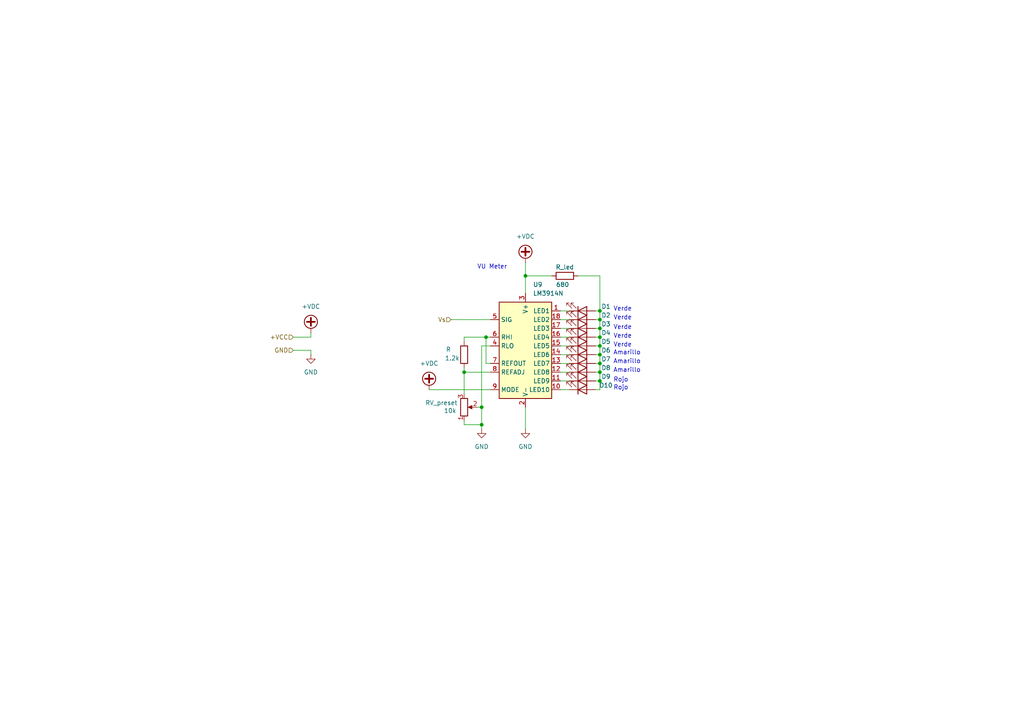
<source format=kicad_sch>
(kicad_sch (version 20231120) (generator "eeschema") (generator_version "8.0")
  (paper "A4")
  (lib_symbols
    (symbol "Device:LED" (pin_numbers hide) (pin_names (offset 1.016) hide)
      (property "Reference" "D" (at 0 2.54 0))
      (property "Value" "LED" (at 0 -2.54 0))
      (symbol "LED_0_1"
        (polyline (pts (xy -1.27 -1.27) (xy -1.27 1.27)) (stroke (width 0.254)))
        (polyline (pts (xy -1.27 0) (xy 1.27 0)))
        (polyline (pts (xy 1.27 -1.27) (xy 1.27 1.27) (xy -1.27 0) (xy 1.27 -1.27)) (stroke (width 0.254)))
        (polyline (pts (xy -3.048 -0.762) (xy -4.572 -2.286) (xy -3.81 -2.286) (xy -4.572 -2.286) (xy -4.572 -1.524)))
        (polyline (pts (xy -1.778 -0.762) (xy -3.302 -2.286) (xy -2.54 -2.286) (xy -3.302 -2.286) (xy -3.302 -1.524)))
      )
      (symbol "LED_1_1"
        (pin passive line (at -3.81 0 0) (length 2.54) (name "K") (number "1"))
        (pin passive line (at 3.81 0 180) (length 2.54) (name "A") (number "2"))
      )
    )
    (symbol "Device:R" (pin_numbers hide) (pin_names (offset 0))
      (property "Reference" "R" (at 2.032 0 90))
      (property "Value" "R" (at 0 0 90))
      (symbol "R_0_1"
        (rectangle (start -1.016 -2.54) (end 1.016 2.54) (stroke (width 0.254)))
      )
      (symbol "R_1_1"
        (pin passive line (at 0 3.81 270) (length 1.27) (name "~") (number "1"))
        (pin passive line (at 0 -3.81 90) (length 1.27) (name "~") (number "2"))
      )
    )
    (symbol "Device:R_Potentiometer" (pin_names (offset 1.016) hide)
      (property "Reference" "RV" (at -4.445 0 90))
      (property "Value" "R_Potentiometer" (at -2.54 0 90))
      (symbol "R_Potentiometer_0_1"
        (polyline (pts (xy 2.54 0) (xy 1.524 0)))
        (polyline (pts (xy 1.143 0) (xy 2.286 0.508) (xy 2.286 -0.508) (xy 1.143 0)) (fill (type outline)))
        (rectangle (start 1.016 2.54) (end -1.016 -2.54) (stroke (width 0.254)))
      )
      (symbol "R_Potentiometer_1_1"
        (pin passive line (at 0 3.81 270) (length 1.27) (name "1") (number "1"))
        (pin passive line (at 3.81 0 180) (length 1.27) (name "2") (number "2"))
        (pin passive line (at 0 -3.81 90) (length 1.27) (name "3") (number "3"))
      )
    )
    (symbol "Driver_LED:LM3914N"
      (property "Reference" "U" (at -6.35 14.224 0))
      (property "Value" "LM3914N" (at 5.588 14.224 0))
      (symbol "LM3914N_0_1"
        (rectangle (start -7.62 12.7) (end 7.62 -15.24) (stroke (width 0.254)) (fill (type background)))
      )
      (symbol "LM3914N_1_1"
        (pin open_collector line (at 10.16 10.16 180) (length 2.54) (name "LED1") (number "1"))
        (pin open_collector line (at 10.16 -12.7 180) (length 2.54) (name "LED10") (number "10"))
        (pin open_collector line (at 10.16 -10.16 180) (length 2.54) (name "LED9") (number "11"))
        (pin open_collector line (at 10.16 -7.62 180) (length 2.54) (name "LED8") (number "12"))
        (pin open_collector line (at 10.16 -5.08 180) (length 2.54) (name "LED7") (number "13"))
        (pin open_collector line (at 10.16 -2.54 180) (length 2.54) (name "LED6") (number "14"))
        (pin open_collector line (at 10.16 0 180) (length 2.54) (name "LED5") (number "15"))
        (pin open_collector line (at 10.16 2.54 180) (length 2.54) (name "LED4") (number "16"))
        (pin open_collector line (at 10.16 5.08 180) (length 2.54) (name "LED3") (number "17"))
        (pin open_collector line (at 10.16 7.62 180) (length 2.54) (name "LED2") (number "18"))
        (pin power_in line (at 0 -17.78 90) (length 2.54) (name "V-") (number "2"))
        (pin power_in line (at 0 15.24 270) (length 2.54) (name "V+") (number "3"))
        (pin input line (at -10.16 0 0) (length 2.54) (name "RLO") (number "4"))
        (pin input line (at -10.16 7.62 0) (length 2.54) (name "SIG") (number "5"))
        (pin input line (at -10.16 2.54 0) (length 2.54) (name "RHI") (number "6"))
        (pin output line (at -10.16 -5.08 0) (length 2.54) (name "REFOUT") (number "7"))
        (pin input line (at -10.16 -7.62 0) (length 2.54) (name "REFADJ") (number "8"))
        (pin input line (at -10.16 -12.7 0) (length 2.54) (name "MODE") (number "9"))
      )
    )
    (symbol "power:+VDC" (power) (pin_numbers hide) (pin_names (offset 0) hide)
      (property "Value" "+VDC" (at 0 6.35 0))
      (symbol "+VDC_0_1"
        (polyline (pts (xy -1.143 3.175) (xy 1.143 3.175)) (stroke (width 0.508)))
        (polyline (pts (xy 0 0) (xy 0 1.27)))
        (polyline (pts (xy 0 2.032) (xy 0 4.318)) (stroke (width 0.508)))
        (circle (center 0 3.175) (radius 1.905) (stroke (width 0.254)))
      )
      (symbol "+VDC_1_1"
        (pin power_in line (at 0 0 90) (length 0) (name "~") (number "1"))
      )
    )
    (symbol "power:GND" (power) (pin_numbers hide) (pin_names (offset 0) hide)
      (property "Value" "GND" (at 0 -3.81 0))
      (symbol "GND_0_1"
        (polyline (pts (xy 0 0) (xy 0 -1.27) (xy 1.27 -1.27) (xy 0 -2.54) (xy -1.27 -1.27) (xy 0 -1.27)))
      )
      (symbol "GND_1_1"
        (pin power_in line (at 0 0 270) (length 0) (name "~") (number "1"))
      )
    )
  )
  (junction (at 139.7 118.11))
  (junction (at 173.99 105.41))
  (junction (at 173.99 97.79))
  (junction (at 173.99 102.87))
  (junction (at 173.99 95.25))
  (junction (at 173.99 90.17))
  (junction (at 173.99 92.71))
  (junction (at 173.99 107.95))
  (junction (at 134.62 107.95))
  (junction (at 139.7 123.19))
  (junction (at 152.4 80.01))
  (junction (at 173.99 110.49))
  (junction (at 140.97 97.79))
  (junction (at 173.99 100.33))
  (wire (pts (xy 172.72 113.03) (xy 173.99 113.03)))
  (wire (pts (xy 162.56 105.41) (xy 165.1 105.41)))
  (wire (pts (xy 172.72 110.49) (xy 173.99 110.49)))
  (wire (pts (xy 162.56 97.79) (xy 165.1 97.79)))
  (wire (pts (xy 172.72 100.33) (xy 173.99 100.33)))
  (wire (pts (xy 134.62 99.06) (xy 134.62 97.79)))
  (wire (pts (xy 162.56 92.71) (xy 165.1 92.71)))
  (wire (pts (xy 139.7 100.33) (xy 142.24 100.33)))
  (wire (pts (xy 162.56 95.25) (xy 165.1 95.25)))
  (wire (pts (xy 162.56 113.03) (xy 165.1 113.03)))
  (wire (pts (xy 172.72 95.25) (xy 173.99 95.25)))
  (wire (pts (xy 172.72 92.71) (xy 173.99 92.71)))
  (wire (pts (xy 152.4 80.01) (xy 152.4 85.09)))
  (wire (pts (xy 139.7 123.19) (xy 139.7 124.46)))
  (wire (pts (xy 173.99 80.01) (xy 173.99 90.17)))
  (wire (pts (xy 152.4 76.2) (xy 152.4 80.01)))
  (wire (pts (xy 140.97 105.41) (xy 142.24 105.41)))
  (wire (pts (xy 173.99 110.49) (xy 173.99 113.03)))
  (wire (pts (xy 152.4 80.01) (xy 160.02 80.01)))
  (wire (pts (xy 138.43 118.11) (xy 139.7 118.11)))
  (wire (pts (xy 162.56 100.33) (xy 165.1 100.33)))
  (wire (pts (xy 162.56 90.17) (xy 165.1 90.17)))
  (wire (pts (xy 173.99 107.95) (xy 173.99 110.49)))
  (wire (pts (xy 172.72 107.95) (xy 173.99 107.95)))
  (wire (pts (xy 172.72 97.79) (xy 173.99 97.79)))
  (wire (pts (xy 90.17 101.6) (xy 90.17 102.87)))
  (wire (pts (xy 162.56 110.49) (xy 165.1 110.49)))
  (wire (pts (xy 173.99 92.71) (xy 173.99 95.25)))
  (wire (pts (xy 139.7 100.33) (xy 139.7 118.11)))
  (wire (pts (xy 162.56 102.87) (xy 165.1 102.87)))
  (wire (pts (xy 173.99 105.41) (xy 173.99 107.95)))
  (wire (pts (xy 134.62 97.79) (xy 140.97 97.79)))
  (wire (pts (xy 172.72 102.87) (xy 173.99 102.87)))
  (wire (pts (xy 173.99 90.17) (xy 173.99 92.71)))
  (wire (pts (xy 139.7 118.11) (xy 139.7 123.19)))
  (wire (pts (xy 134.62 107.95) (xy 134.62 106.68)))
  (wire (pts (xy 85.09 97.79) (xy 90.17 97.79)))
  (wire (pts (xy 173.99 102.87) (xy 173.99 105.41)))
  (wire (pts (xy 173.99 100.33) (xy 173.99 102.87)))
  (wire (pts (xy 162.56 107.95) (xy 165.1 107.95)))
  (wire (pts (xy 124.46 113.03) (xy 142.24 113.03)))
  (wire (pts (xy 142.24 97.79) (xy 140.97 97.79)))
  (wire (pts (xy 173.99 95.25) (xy 173.99 97.79)))
  (wire (pts (xy 85.09 101.6) (xy 90.17 101.6)))
  (wire (pts (xy 142.24 107.95) (xy 134.62 107.95)))
  (wire (pts (xy 172.72 105.41) (xy 173.99 105.41)))
  (wire (pts (xy 152.4 118.11) (xy 152.4 124.46)))
  (wire (pts (xy 134.62 107.95) (xy 134.62 114.3)))
  (wire (pts (xy 140.97 97.79) (xy 140.97 105.41)))
  (wire (pts (xy 134.62 123.19) (xy 139.7 123.19)))
  (wire (pts (xy 167.64 80.01) (xy 173.99 80.01)))
  (wire (pts (xy 90.17 97.79) (xy 90.17 96.52)))
  (wire (pts (xy 130.81 92.71) (xy 142.24 92.71)))
  (wire (pts (xy 173.99 97.79) (xy 173.99 100.33)))
  (wire (pts (xy 134.62 121.92) (xy 134.62 123.19)))
  (wire (pts (xy 172.72 90.17) (xy 173.99 90.17)))
  (text "Verde" (at 180.594 97.536 0) (effects (font (size 1.27 1.27))))
  (text "Verde" (at 180.594 92.202 0) (effects (font (size 1.27 1.27))))
  (text "Rojo" (at 180.086 110.236 0) (effects (font (size 1.27 1.27))))
  (text "Amarillo" (at 181.864 104.902 0) (effects (font (size 1.27 1.27))))
  (text "Amarillo" (at 181.864 102.362 0) (effects (font (size 1.27 1.27))))
  (text "Rojo" (at 180.086 112.522 0) (effects (font (size 1.27 1.27))))
  (text "VU Meter" (at 142.748 77.47 0) (effects (font (size 1.27 1.27))))
  (text "Verde" (at 180.594 89.662 0) (effects (font (size 1.27 1.27))))
  (text "Verde" (at 180.594 100.076 0) (effects (font (size 1.27 1.27))))
  (text "Amarillo" (at 181.864 107.442 0) (effects (font (size 1.27 1.27))))
  (text "Verde" (at 180.594 94.996 0) (effects (font (size 1.27 1.27))))
  (hierarchical_label "Vs" (shape input) (at 130.81 92.71 180))
  (hierarchical_label "GND" (shape input) (at 85.09 101.6 180))
  (hierarchical_label "+VCC" (shape input) (at 85.09 97.79 180))
  (symbol (lib_id "power:+VDC") (at 90.17 96.52 0) (unit 1)
    (property "Reference" "#PWR051" (effects (hide yes)))
    (property "Value" "+VDC" (at 90.17 88.9 0))
    (property "Description" "Power symbol creates a global label with name \"+VDC\"" (effects (hide yes)))
  )
  (symbol (lib_id "power:GND") (at 139.7 124.46 0) (unit 1)
    (property "Reference" "#PWR019" (effects (hide yes)))
    (property "Value" "GND" (at 139.7 129.54 0))
    (property "Description" "Power symbol creates a global label with name \"GND\" , ground" (effects (hide yes)))
  )
  (symbol (lib_id "Device:LED") (at 168.91 113.03 0) (mirror x) (unit 1)
    (property "Reference" "D10" (at 175.768 111.76 0))
    (property "Value" "LED" (effects (hide yes)))
    (property "Description" "Light emitting diode" (effects (hide yes)))
  )
  (symbol (lib_id "power:+VDC") (at 152.4 76.2 0) (unit 1)
    (property "Reference" "#PWR066" (effects (hide yes)))
    (property "Value" "+VDC" (at 152.4 68.58 0))
    (property "Description" "Power symbol creates a global label with name \"+VDC\"" (effects (hide yes)))
  )
  (symbol (lib_id "Device:R_Potentiometer") (at 134.62 118.11 0) (mirror x) (unit 1)
    (property "Reference" "RV_preset" (at 128.016 116.84 0))
    (property "Value" "10k" (at 130.556 119.126 0))
    (property "Description" "Potentiometer" (effects (hide yes)))
  )
  (symbol (lib_id "Device:R") (at 163.83 80.01 90) (mirror x) (unit 1)
    (property "Reference" "R_led" (at 163.83 77.47 90))
    (property "Value" "680" (at 165.0999 82.55 90) (effects (justify left)))
    (property "Description" "Resistor" (effects (hide yes)))
  )
  (symbol (lib_id "Device:LED") (at 168.91 102.87 0) (mirror x) (unit 1)
    (property "Reference" "D6" (at 175.768 101.6 0))
    (property "Value" "LED" (effects (hide yes)))
    (property "Description" "Light emitting diode" (effects (hide yes)))
  )
  (symbol (lib_id "Device:R") (at 134.62 102.87 0) (mirror x) (unit 1)
    (property "Reference" "R" (at 130.048 101.346 0))
    (property "Value" "1.2k" (at 129.032 103.886 0) (effects (justify left)))
    (property "Description" "Resistor" (effects (hide yes)))
  )
  (symbol (lib_id "Device:LED") (at 168.91 110.49 0) (mirror x) (unit 1)
    (property "Reference" "D9" (at 175.768 109.22 0))
    (property "Value" "LED" (effects (hide yes)))
    (property "Description" "Light emitting diode" (effects (hide yes)))
  )
  (symbol (lib_id "Device:LED") (at 168.91 90.17 0) (mirror x) (unit 1)
    (property "Reference" "D1" (at 175.768 88.9 0))
    (property "Value" "LED" (effects (hide yes)))
    (property "Description" "Light emitting diode" (effects (hide yes)))
  )
  (symbol (lib_id "Device:LED") (at 168.91 105.41 0) (mirror x) (unit 1)
    (property "Reference" "D7" (at 175.768 104.14 0))
    (property "Value" "LED" (effects (hide yes)))
    (property "Description" "Light emitting diode" (effects (hide yes)))
  )
  (symbol (lib_id "Device:LED") (at 168.91 97.79 0) (mirror x) (unit 1)
    (property "Reference" "D4" (at 175.768 96.52 0))
    (property "Value" "LED" (effects (hide yes)))
    (property "Description" "Light emitting diode" (effects (hide yes)))
  )
  (symbol (lib_id "power:GND") (at 152.4 124.46 0) (unit 1)
    (property "Reference" "#PWR018" (effects (hide yes)))
    (property "Value" "GND" (at 152.4 129.54 0))
    (property "Description" "Power symbol creates a global label with name \"GND\" , ground" (effects (hide yes)))
  )
  (symbol (lib_id "Device:LED") (at 168.91 107.95 0) (mirror x) (unit 1)
    (property "Reference" "D8" (at 175.768 106.68 0))
    (property "Value" "LED" (effects (hide yes)))
    (property "Description" "Light emitting diode" (effects (hide yes)))
  )
  (symbol (lib_id "Device:LED") (at 168.91 95.25 0) (mirror x) (unit 1)
    (property "Reference" "D3" (at 175.768 93.98 0))
    (property "Value" "LED" (effects (hide yes)))
    (property "Description" "Light emitting diode" (effects (hide yes)))
  )
  (symbol (lib_id "Device:LED") (at 168.91 100.33 0) (mirror x) (unit 1)
    (property "Reference" "D5" (at 175.768 99.06 0))
    (property "Value" "LED" (effects (hide yes)))
    (property "Description" "Light emitting diode" (effects (hide yes)))
  )
  (symbol (lib_id "Device:LED") (at 168.91 92.71 0) (mirror x) (unit 1)
    (property "Reference" "D2" (at 175.768 91.44 0))
    (property "Value" "LED" (effects (hide yes)))
    (property "Description" "Light emitting diode" (effects (hide yes)))
  )
  (symbol (lib_id "Driver_LED:LM3914N") (at 152.4 100.33 0) (unit 1)
    (property "Reference" "U9" (at 154.5941 82.55 0) (effects (justify left)))
    (property "Value" "LM3914N" (at 154.5941 85.09 0) (effects (justify left)))
    (property "Footprint" "Package_DIP:DIP-18_W7.62mm" (effects (hide yes)))
    (property "Datasheet" "https://www.ti.com/lit/ds/symlink/lm3914.pdf" (effects (hide yes)))
    (property "Description" "10 LED Dot/Bar Display Driver, DIP-18" (effects (hide yes)))
  )
  (symbol (lib_id "power:+VDC") (at 124.46 113.03 0) (unit 1)
    (property "Reference" "#PWR053" (effects (hide yes)))
    (property "Value" "+VDC" (at 124.46 105.41 0))
    (property "Description" "Power symbol creates a global label with name \"+VDC\"" (effects (hide yes)))
  )
  (symbol (lib_id "power:GND") (at 90.17 102.87 0) (mirror y) (unit 1)
    (property "Reference" "#PWR052" (effects (hide yes)))
    (property "Value" "GND" (at 90.17 107.95 0))
    (property "Description" "Power symbol creates a global label with name \"GND\" , ground" (effects (hide yes)))
  )
)
</source>
